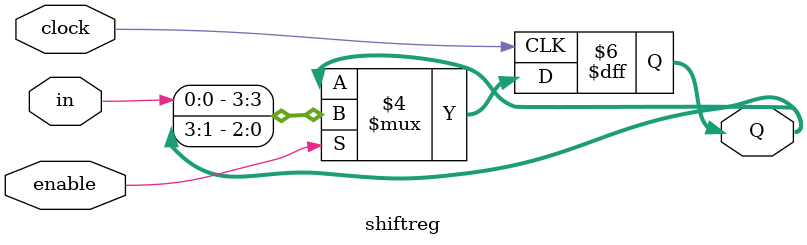
<source format=v>
module shiftreg(enable, in, clock, Q);
    parameter N = 4;
    input enable, in, clock;
    output [N-1:0] Q;

    reg [N-1:0] Q;

    initial
        Q = 4'b0000;
    
    always @ (posedge clock)
        begin
            if (enable) Q = {in, Q[N-1:1]};
        end
endmodule
</source>
